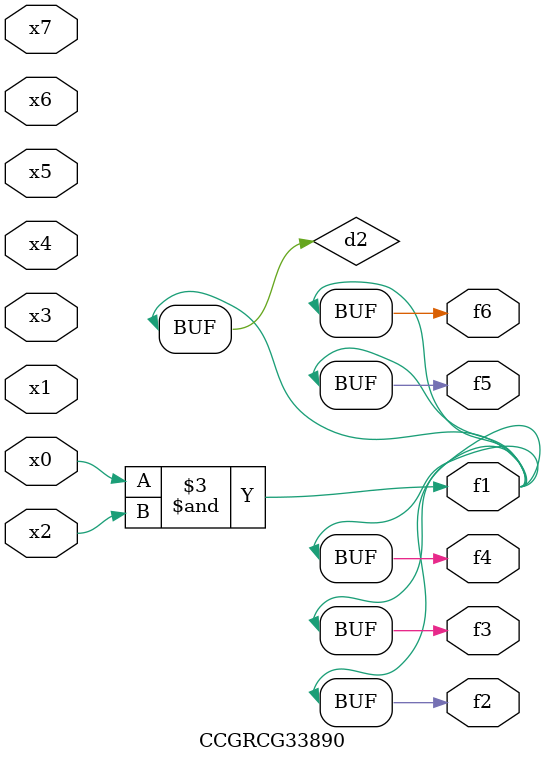
<source format=v>
module CCGRCG33890(
	input x0, x1, x2, x3, x4, x5, x6, x7,
	output f1, f2, f3, f4, f5, f6
);

	wire d1, d2;

	nor (d1, x3, x6);
	and (d2, x0, x2);
	assign f1 = d2;
	assign f2 = d2;
	assign f3 = d2;
	assign f4 = d2;
	assign f5 = d2;
	assign f6 = d2;
endmodule

</source>
